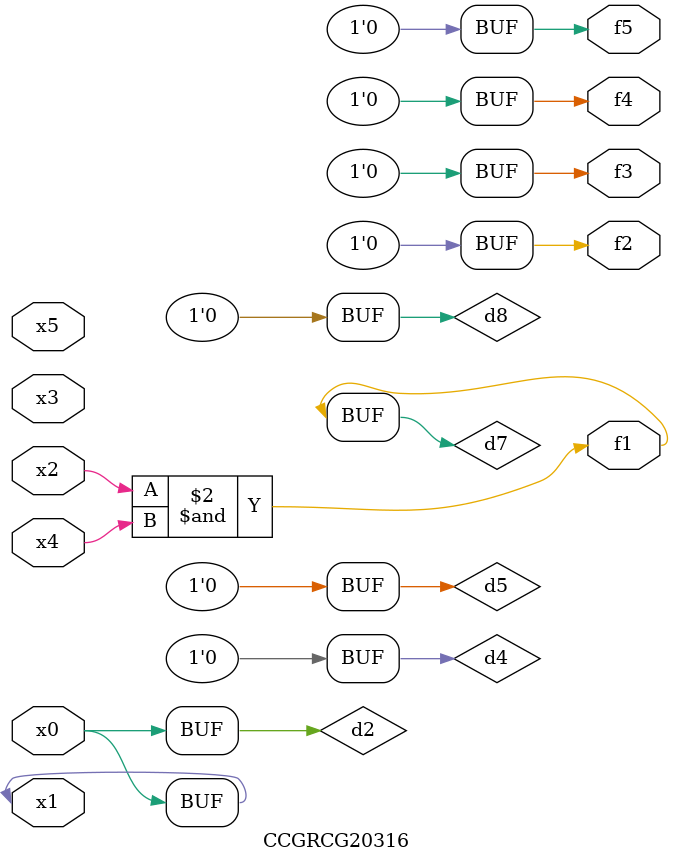
<source format=v>
module CCGRCG20316(
	input x0, x1, x2, x3, x4, x5,
	output f1, f2, f3, f4, f5
);

	wire d1, d2, d3, d4, d5, d6, d7, d8, d9;

	nand (d1, x1);
	buf (d2, x0, x1);
	nand (d3, x2, x4);
	and (d4, d1, d2);
	and (d5, d1, d2);
	nand (d6, d1, d3);
	not (d7, d3);
	xor (d8, d5);
	nor (d9, d5, d6);
	assign f1 = d7;
	assign f2 = d8;
	assign f3 = d8;
	assign f4 = d8;
	assign f5 = d8;
endmodule

</source>
